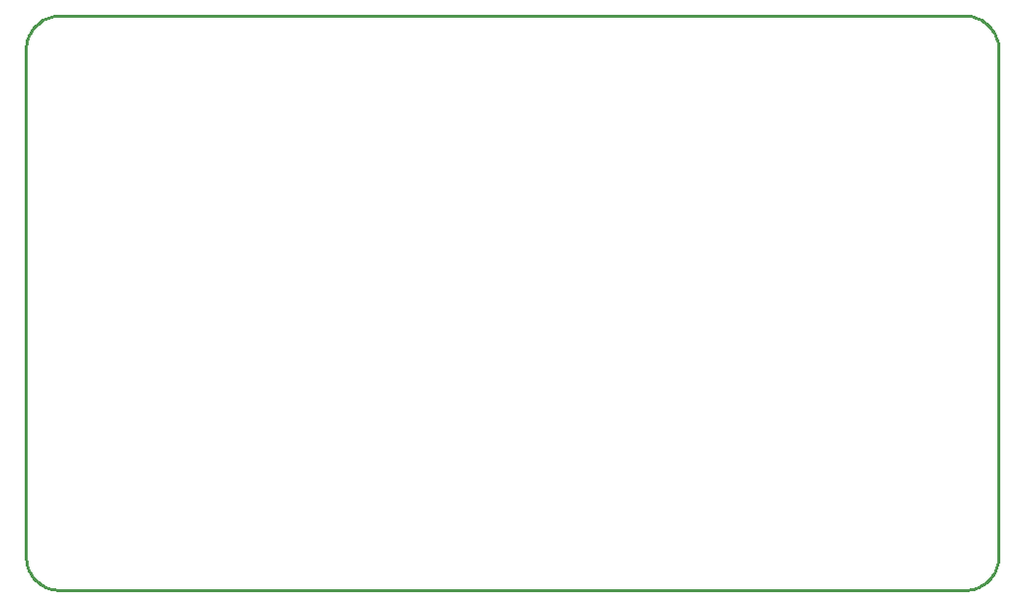
<source format=gm1>
G04*
G04 #@! TF.GenerationSoftware,Altium Limited,Altium Designer,22.5.1 (42)*
G04*
G04 Layer_Color=16711935*
%FSLAX25Y25*%
%MOIN*%
G70*
G04*
G04 #@! TF.SameCoordinates,C106D3DF-9627-4863-B2E5-E2E0062BA835*
G04*
G04*
G04 #@! TF.FilePolarity,Positive*
G04*
G01*
G75*
%ADD10C,0.01000*%
D10*
X328500Y182500D02*
X328456Y183502D01*
X328325Y184497D01*
X328108Y185476D01*
X327806Y186433D01*
X327422Y187360D01*
X326959Y188250D01*
X326420Y189096D01*
X325810Y189892D01*
X325132Y190632D01*
X324392Y191309D01*
X323596Y191920D01*
X322750Y192459D01*
X321860Y192922D01*
X320933Y193307D01*
X319976Y193608D01*
X318997Y193825D01*
X318002Y193956D01*
X317000Y194000D01*
Y0D02*
X318002Y44D01*
X318997Y175D01*
X319976Y392D01*
X320933Y693D01*
X321860Y1077D01*
X322750Y1541D01*
X323596Y2080D01*
X324392Y2691D01*
X325132Y3368D01*
X325810Y4108D01*
X326420Y4904D01*
X326959Y5750D01*
X327422Y6640D01*
X327806Y7567D01*
X328108Y8524D01*
X328325Y9503D01*
X328456Y10498D01*
X328500Y11500D01*
X12000Y194000D02*
X10998Y193956D01*
X10003Y193825D01*
X9024Y193608D01*
X8067Y193307D01*
X7140Y192922D01*
X6250Y192459D01*
X5404Y191920D01*
X4608Y191309D01*
X3868Y190632D01*
X3190Y189892D01*
X2580Y189096D01*
X2041Y188250D01*
X1578Y187360D01*
X1194Y186433D01*
X892Y185476D01*
X675Y184497D01*
X544Y183502D01*
X500Y182500D01*
Y11500D02*
X544Y10498D01*
X675Y9503D01*
X892Y8524D01*
X1194Y7567D01*
X1578Y6640D01*
X2041Y5750D01*
X2580Y4904D01*
X3190Y4108D01*
X3868Y3368D01*
X4608Y2691D01*
X5404Y2080D01*
X6250Y1541D01*
X7140Y1077D01*
X8067Y693D01*
X9024Y392D01*
X10003Y175D01*
X10998Y44D01*
X12000Y0D01*
X317000D01*
X12000Y194000D02*
X317000D01*
X328500Y11500D02*
Y182500D01*
X500Y11500D02*
Y182500D01*
M02*

</source>
